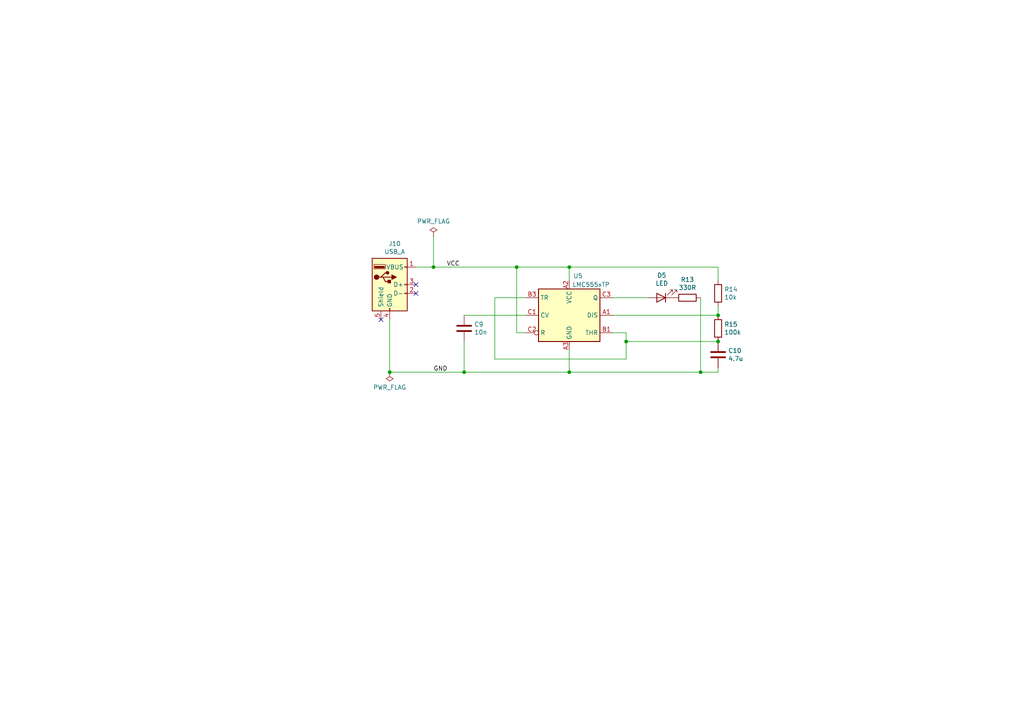
<source format=kicad_sch>
(kicad_sch (version 20211123) (generator eeschema)
  (paper "A4")
  (lib_symbols
    (symbol "Device:C" (pin_numbers hide) (pin_names (offset 0.254))
      (property "Reference" "C" (at 0.635 2.54 0))
      (property "Value" "Device_C" (at 0.635 -2.54 0))
      (symbol "C_0_1"
        (polyline (pts (xy -2.032 -0.762) (xy 2.032 -0.762)) (stroke (width 0.508)))
        (polyline (pts (xy -2.032 0.762) (xy 2.032 0.762)) (stroke (width 0.508)))
      )
      (symbol "C_1_1"
        (pin passive line (at 0 3.81 270) (length 2.794) (name "~") (number "1"))
        (pin passive line (at 0 -3.81 90) (length 2.794) (name "~") (number "2"))
      )
    )
    (symbol "Device:LED" (pin_numbers hide) (pin_names (offset 1.016) hide)
      (property "Reference" "D" (at 0 2.54 0))
      (property "Value" "Device_LED" (at 0 -2.54 0))
      (symbol "LED_0_1"
        (polyline (pts (xy -1.27 -1.27) (xy -1.27 1.27)) (stroke (width 0.254)))
        (polyline (pts (xy -1.27 0) (xy 1.27 0)))
        (polyline (pts (xy 1.27 -1.27) (xy 1.27 1.27) (xy -1.27 0) (xy 1.27 -1.27)) (stroke (width 0.254)))
        (polyline (pts (xy -3.048 -0.762) (xy -4.572 -2.286) (xy -3.81 -2.286) (xy -4.572 -2.286) (xy -4.572 -1.524)))
        (polyline (pts (xy -1.778 -0.762) (xy -3.302 -2.286) (xy -2.54 -2.286) (xy -3.302 -2.286) (xy -3.302 -1.524)))
      )
      (symbol "LED_1_1"
        (pin passive line (at -3.81 0 0) (length 2.54) (name "K") (number "1"))
        (pin passive line (at 3.81 0 180) (length 2.54) (name "A") (number "2"))
      )
    )
    (symbol "Device:R" (pin_numbers hide) (pin_names (offset 0))
      (property "Reference" "R" (at 2.032 0 90))
      (property "Value" "Device_R" (at 0 0 90))
      (symbol "R_0_1"
        (rectangle (start -1.016 -2.54) (end 1.016 2.54) (stroke (width 0.254)))
      )
      (symbol "R_1_1"
        (pin passive line (at 0 3.81 270) (length 1.27) (name "~") (number "1"))
        (pin passive line (at 0 -3.81 90) (length 1.27) (name "~") (number "2"))
      )
    )
    (symbol "Timer:LMC555xTP"
      (property "Reference" "U" (at -10.16 8.89 0))
      (property "Value" "Timer_LMC555xTP" (at 2.54 8.89 0))
      (symbol "LMC555xTP_0_0"
        (pin power_in line (at 0 10.16 270) (length 2.54) (name "VCC") (number "A2"))
        (pin power_in line (at 0 -10.16 90) (length 2.54) (name "GND") (number "A3"))
      )
      (symbol "LMC555xTP_0_1"
        (rectangle (start -8.89 -7.62) (end 8.89 7.62) (stroke (width 0.254)) (fill (type background)))
        (rectangle (start -8.89 -7.62) (end 8.89 7.62) (stroke (width 0.254)) (fill (type background)))
      )
      (symbol "LMC555xTP_1_1"
        (pin input line (at 12.7 0 180) (length 3.81) (name "DIS") (number "A1"))
        (pin input line (at 12.7 -5.08 180) (length 3.81) (name "THR") (number "B1"))
        (pin input line (at -12.7 5.08 0) (length 3.81) (name "TR") (number "B3"))
        (pin input line (at -12.7 0 0) (length 3.81) (name "CV") (number "C1"))
        (pin input inverted (at -12.7 -5.08 0) (length 3.81) (name "R") (number "C2"))
        (pin output line (at 12.7 5.08 180) (length 3.81) (name "Q") (number "C3"))
      )
    )
    (symbol "power:PWR_FLAG" (power) (pin_numbers hide) (pin_names (offset 0) hide)
      (property "Value" "power_PWR_FLAG" (at 0 3.81 0))
      (symbol "PWR_FLAG_0_0"
        (pin power_out line (at 0 0 90) (length 0) (name "pwr") (number "1"))
      )
      (symbol "PWR_FLAG_0_1"
        (polyline (pts (xy 0 0) (xy 0 1.27) (xy -1.016 1.905) (xy 0 2.54) (xy 1.016 1.905) (xy 0 1.27)))
      )
    )
    (symbol "solderingChallenge-rescue:USB_A-Connector" (pin_names (offset 1.016))
      (property "Reference" "J" (at -5.08 11.43 0))
      (property "Value" "USB_A-Connector" (at -5.08 8.89 0))
      (symbol "USB_A-Connector_0_1"
        (rectangle (start -5.08 -7.62) (end 5.08 7.62) (stroke (width 0.254)) (fill (type background)))
        (circle (center -3.81 2.159) (radius 0.635) (stroke (width 0.254)) (fill (type outline)))
        (rectangle (start -1.524 4.826) (end -4.318 5.334) (fill (type outline)))
        (rectangle (start -1.27 4.572) (end -4.572 5.842))
        (circle (center -0.635 3.429) (radius 0.381) (stroke (width 0.254)) (fill (type outline)))
        (rectangle (start -0.127 -7.62) (end 0.127 -6.858))
        (polyline (pts (xy -3.175 2.159) (xy -2.54 2.159) (xy -1.27 3.429) (xy -0.635 3.429)) (stroke (width 0.254)))
        (polyline (pts (xy -2.54 2.159) (xy -1.905 2.159) (xy -1.27 0.889) (xy 0 0.889)) (stroke (width 0.254)))
        (polyline (pts (xy 0.635 2.794) (xy 0.635 1.524) (xy 1.905 2.159) (xy 0.635 2.794)) (stroke (width 0.254)) (fill (type outline)))
        (rectangle (start 0.254 1.27) (end -0.508 0.508) (stroke (width 0.254)) (fill (type outline)))
        (rectangle (start 5.08 -2.667) (end 4.318 -2.413))
        (rectangle (start 5.08 -0.127) (end 4.318 0.127))
        (rectangle (start 5.08 4.953) (end 4.318 5.207))
      )
      (symbol "USB_A-Connector_1_1"
        (polyline (pts (xy -1.905 2.159) (xy 0.635 2.159)) (stroke (width 0.254)))
        (pin power_in line (at 7.62 5.08 180) (length 2.54) (name "VBUS") (number "1"))
        (pin passive line (at 7.62 -2.54 180) (length 2.54) (name "D-") (number "2"))
        (pin passive line (at 7.62 0 180) (length 2.54) (name "D+") (number "3"))
        (pin power_in line (at 0 -10.16 90) (length 2.54) (name "GND") (number "4"))
        (pin passive line (at -2.54 -10.16 90) (length 2.54) (name "Shield") (number "5"))
      )
    )
  )
  (junction (at 181.61 99.06))
  (junction (at 208.28 91.44))
  (junction (at 113.03 107.95))
  (junction (at 165.1 107.95))
  (junction (at 134.62 107.95))
  (junction (at 203.2 107.95))
  (junction (at 208.28 99.06))
  (junction (at 149.86 77.47))
  (junction (at 125.73 77.47))
  (junction (at 165.1 77.47))
  (no_connect (at 120.65 85.09))
  (no_connect (at 120.65 82.55))
  (no_connect (at 110.49 92.71))
  (wire (pts (xy 181.61 99.06) (xy 181.61 96.52)))
  (wire (pts (xy 181.61 104.14) (xy 181.61 99.06)))
  (wire (pts (xy 165.1 77.47) (xy 208.28 77.47)))
  (wire (pts (xy 187.96 86.36) (xy 177.8 86.36)))
  (wire (pts (xy 143.51 104.14) (xy 181.61 104.14)))
  (wire (pts (xy 149.86 77.47) (xy 165.1 77.47)))
  (wire (pts (xy 165.1 81.28) (xy 165.1 77.47)))
  (wire (pts (xy 149.86 96.52) (xy 149.86 77.47)))
  (wire (pts (xy 208.28 107.95) (xy 208.28 106.68)))
  (wire (pts (xy 208.28 88.9) (xy 208.28 91.44)))
  (wire (pts (xy 152.4 86.36) (xy 143.51 86.36)))
  (wire (pts (xy 143.51 86.36) (xy 143.51 104.14)))
  (wire (pts (xy 165.1 107.95) (xy 203.2 107.95)))
  (wire (pts (xy 152.4 96.52) (xy 149.86 96.52)))
  (wire (pts (xy 134.62 99.06) (xy 134.62 107.95)))
  (wire (pts (xy 149.86 77.47) (xy 125.73 77.47)))
  (wire (pts (xy 134.62 107.95) (xy 165.1 107.95)))
  (wire (pts (xy 125.73 77.47) (xy 120.65 77.47)))
  (wire (pts (xy 208.28 77.47) (xy 208.28 81.28)))
  (wire (pts (xy 208.28 99.06) (xy 181.61 99.06)))
  (wire (pts (xy 181.61 96.52) (xy 177.8 96.52)))
  (wire (pts (xy 165.1 107.95) (xy 165.1 101.6)))
  (wire (pts (xy 203.2 107.95) (xy 208.28 107.95)))
  (wire (pts (xy 134.62 91.44) (xy 152.4 91.44)))
  (wire (pts (xy 134.62 107.95) (xy 113.03 107.95)))
  (wire (pts (xy 203.2 86.36) (xy 203.2 107.95)))
  (wire (pts (xy 125.73 68.58) (xy 125.73 77.47)))
  (wire (pts (xy 177.8 91.44) (xy 208.28 91.44)))
  (wire (pts (xy 113.03 107.95) (xy 113.03 92.71)))
  (label "GND" (at 125.73 107.95 0))
  (label "VCC" (at 129.54 77.47 0))
  (symbol (lib_id "Device:R") (at 208.28 95.25 0) (unit 1)
    (property "Reference" "R15" (at 210.058 94.0816 0) (effects (justify left)))
    (property "Value" "100k" (at 210.058 96.393 0) (effects (justify left)))
    (property "Footprint" "Resistor_SMD:R_0201_0603Metric" (effects hide))
  )
  (symbol (lib_id "Device:C") (at 134.62 95.25 0) (unit 1)
    (property "Reference" "C9" (at 137.541 94.0816 0) (effects (justify left)))
    (property "Value" "10n" (at 137.541 96.393 0) (effects (justify left)))
    (property "Footprint" "Capacitor_SMD:C_0201_0603Metric" (effects hide))
  )
  (symbol (lib_id "Device:R") (at 208.28 85.09 0) (unit 1)
    (property "Reference" "R14" (at 210.058 83.9216 0) (effects (justify left)))
    (property "Value" "10k" (at 210.058 86.233 0) (effects (justify left)))
    (property "Footprint" "Resistor_SMD:R_0201_0603Metric" (effects hide))
  )
  (symbol (lib_id "Device:C") (at 208.28 102.87 0) (unit 1)
    (property "Reference" "C10" (at 211.201 101.7016 0) (effects (justify left)))
    (property "Value" "4.7u" (at 211.201 104.013 0) (effects (justify left)))
    (property "Footprint" "Capacitor_SMD:C_0201_0603Metric" (effects hide))
  )
  (symbol (lib_id "solderingChallenge-rescue:USB_A-Connector") (at 113.03 82.55 0) (unit 1)
    (property "Reference" "J10" (at 114.4778 70.6882 0))
    (property "Value" "USB_A" (at 114.4778 72.9996 0))
    (property "Footprint" "RoboCamp:usb-PCB" (effects hide))
    (property "Datasheet" " ~" (effects hide))
  )
  (symbol (lib_id "Device:R") (at 199.39 86.36 270) (unit 1)
    (property "Reference" "R13" (at 199.39 81.1022 90))
    (property "Value" "330R" (at 199.39 83.4136 90))
    (property "Footprint" "Resistor_SMD:R_0201_0603Metric" (effects hide))
  )
  (symbol (lib_id "Device:LED") (at 191.77 86.36 180) (unit 1)
    (property "Reference" "D5" (at 191.9478 79.883 0))
    (property "Value" "LED" (at 191.9478 82.1944 0))
    (property "Footprint" "LED_SMD:LED_0201_0603Metric" (effects hide))
  )
  (symbol (lib_id "power:PWR_FLAG") (at 125.73 68.58 0) (unit 1)
    (property "Reference" "#FLG09" (effects hide))
    (property "Value" "PWR_FLAG" (at 125.73 64.1858 0))
  )
  (symbol (lib_id "power:PWR_FLAG") (at 113.03 107.95 180) (unit 1)
    (property "Reference" "#FLG010" (effects hide))
    (property "Value" "PWR_FLAG" (at 113.03 112.3442 0))
  )
  (symbol (lib_id "Timer:LMC555xTP") (at 165.1 91.44 0) (unit 1)
    (property "Reference" "U5" (at 167.64 80.01 0))
    (property "Value" "LMC555xTP" (at 171.45 82.55 0))
    (property "Footprint" "Package_BGA:Texas_DSBGA-8_1.43x1.41mm_Layout3x3_P0.5mm" (effects hide))
    (property "Datasheet" "http://www.ti.com/lit/ds/symlink/lmc555.pdf" (effects hide))
  )
)
</source>
